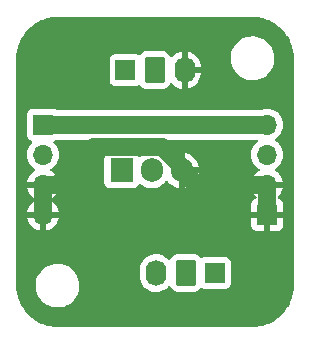
<source format=gbl>
G04 #@! TF.GenerationSoftware,KiCad,Pcbnew,7.0.1*
G04 #@! TF.CreationDate,2023-08-26T15:59:25-05:00*
G04 #@! TF.ProjectId,Single Mosfet Board,53696e67-6c65-4204-9d6f-736665742042,rev?*
G04 #@! TF.SameCoordinates,Original*
G04 #@! TF.FileFunction,Copper,L2,Bot*
G04 #@! TF.FilePolarity,Positive*
%FSLAX46Y46*%
G04 Gerber Fmt 4.6, Leading zero omitted, Abs format (unit mm)*
G04 Created by KiCad (PCBNEW 7.0.1) date 2023-08-26 15:59:25*
%MOMM*%
%LPD*%
G01*
G04 APERTURE LIST*
G04 Aperture macros list*
%AMRoundRect*
0 Rectangle with rounded corners*
0 $1 Rounding radius*
0 $2 $3 $4 $5 $6 $7 $8 $9 X,Y pos of 4 corners*
0 Add a 4 corners polygon primitive as box body*
4,1,4,$2,$3,$4,$5,$6,$7,$8,$9,$2,$3,0*
0 Add four circle primitives for the rounded corners*
1,1,$1+$1,$2,$3*
1,1,$1+$1,$4,$5*
1,1,$1+$1,$6,$7*
1,1,$1+$1,$8,$9*
0 Add four rect primitives between the rounded corners*
20,1,$1+$1,$2,$3,$4,$5,0*
20,1,$1+$1,$4,$5,$6,$7,0*
20,1,$1+$1,$6,$7,$8,$9,0*
20,1,$1+$1,$8,$9,$2,$3,0*%
G04 Aperture macros list end*
G04 #@! TA.AperFunction,ComponentPad*
%ADD10R,1.905000X2.000000*%
G04 #@! TD*
G04 #@! TA.AperFunction,ComponentPad*
%ADD11O,1.905000X2.000000*%
G04 #@! TD*
G04 #@! TA.AperFunction,ComponentPad*
%ADD12R,1.700000X1.700000*%
G04 #@! TD*
G04 #@! TA.AperFunction,ComponentPad*
%ADD13O,1.700000X1.700000*%
G04 #@! TD*
G04 #@! TA.AperFunction,ComponentPad*
%ADD14RoundRect,0.250000X-0.620000X-0.845000X0.620000X-0.845000X0.620000X0.845000X-0.620000X0.845000X0*%
G04 #@! TD*
G04 #@! TA.AperFunction,ComponentPad*
%ADD15O,1.740000X2.190000*%
G04 #@! TD*
G04 #@! TA.AperFunction,ComponentPad*
%ADD16RoundRect,0.250000X0.620000X0.845000X-0.620000X0.845000X-0.620000X-0.845000X0.620000X-0.845000X0*%
G04 #@! TD*
G04 #@! TA.AperFunction,Conductor*
%ADD17C,1.500000*%
G04 #@! TD*
G04 APERTURE END LIST*
D10*
X136420000Y-84750000D03*
D11*
X138960000Y-84750000D03*
X141500000Y-84750000D03*
D12*
X148750000Y-88500000D03*
D13*
X148750000Y-85960000D03*
X148750000Y-83420000D03*
X148750000Y-80880000D03*
D12*
X136750000Y-76250000D03*
D14*
X139210000Y-76250000D03*
D15*
X141750000Y-76250000D03*
X139330000Y-93430000D03*
D16*
X141870000Y-93430000D03*
D12*
X144330000Y-93430000D03*
D13*
X129750000Y-88500000D03*
X129750000Y-85960000D03*
X129750000Y-83420000D03*
D12*
X129750000Y-80880000D03*
D17*
X129750000Y-80880000D02*
X148750000Y-80880000D01*
X141500000Y-84500000D02*
X141500000Y-84750000D01*
X134112081Y-82800000D02*
X139800000Y-82800000D01*
X139800000Y-82800000D02*
X141500000Y-84500000D01*
X130952081Y-85960000D02*
X134112081Y-82800000D01*
X129750000Y-85960000D02*
X130952081Y-85960000D01*
X129750000Y-88500000D02*
X129750000Y-85960000D01*
X148750000Y-85960000D02*
X148750000Y-88500000D01*
X141500000Y-84750000D02*
X142710000Y-85960000D01*
X142710000Y-85960000D02*
X148750000Y-85960000D01*
G04 #@! TA.AperFunction,Conductor*
G36*
X147503032Y-71750649D02*
G01*
X147507384Y-71750862D01*
X147652450Y-71757989D01*
X147843670Y-71768010D01*
X147855324Y-71769177D01*
X148021254Y-71793791D01*
X148022225Y-71793940D01*
X148194897Y-71821289D01*
X148205570Y-71823465D01*
X148371374Y-71864997D01*
X148373014Y-71865422D01*
X148538880Y-71909866D01*
X148548544Y-71912884D01*
X148652693Y-71950150D01*
X148710526Y-71970843D01*
X148713188Y-71971830D01*
X148746726Y-71984704D01*
X148872097Y-72032829D01*
X148880623Y-72036475D01*
X149036869Y-72110374D01*
X149040055Y-72111939D01*
X149182487Y-72184511D01*
X149191094Y-72188897D01*
X149198547Y-72193023D01*
X149347075Y-72282047D01*
X149350824Y-72284387D01*
X149492670Y-72376503D01*
X149498977Y-72380884D01*
X149638210Y-72484147D01*
X149642365Y-72487367D01*
X149773635Y-72593667D01*
X149778872Y-72598155D01*
X149907389Y-72714636D01*
X149911797Y-72718833D01*
X150031165Y-72838201D01*
X150035362Y-72842609D01*
X150151843Y-72971126D01*
X150156331Y-72976363D01*
X150262620Y-73107619D01*
X150265851Y-73111788D01*
X150369114Y-73251021D01*
X150373512Y-73257353D01*
X150465599Y-73399155D01*
X150467963Y-73402942D01*
X150556975Y-73551451D01*
X150561101Y-73558904D01*
X150638037Y-73709898D01*
X150639647Y-73713176D01*
X150713510Y-73869345D01*
X150717179Y-73877925D01*
X150778168Y-74036810D01*
X150779155Y-74039472D01*
X150837111Y-74201447D01*
X150840135Y-74211128D01*
X150884535Y-74376827D01*
X150885044Y-74378792D01*
X150926526Y-74544398D01*
X150928715Y-74555130D01*
X150956041Y-74727665D01*
X150956226Y-74728867D01*
X150980818Y-74894649D01*
X150981990Y-74906355D01*
X150991989Y-75097157D01*
X150991886Y-75097162D01*
X150992011Y-75097561D01*
X150999351Y-75246967D01*
X150999500Y-75253052D01*
X150999500Y-94496948D01*
X150999351Y-94503033D01*
X150992014Y-94652369D01*
X150991993Y-94652774D01*
X150981990Y-94843644D01*
X150980818Y-94855349D01*
X150956226Y-95021131D01*
X150956041Y-95022333D01*
X150928715Y-95194868D01*
X150926526Y-95205600D01*
X150885044Y-95371206D01*
X150884535Y-95373171D01*
X150840135Y-95538870D01*
X150837111Y-95548551D01*
X150779155Y-95710526D01*
X150778168Y-95713188D01*
X150717179Y-95872073D01*
X150713510Y-95880653D01*
X150639647Y-96036822D01*
X150638037Y-96040100D01*
X150561101Y-96191094D01*
X150556975Y-96198547D01*
X150467963Y-96347056D01*
X150465599Y-96350843D01*
X150373512Y-96492645D01*
X150369114Y-96498977D01*
X150265851Y-96638210D01*
X150262620Y-96642379D01*
X150156331Y-96773635D01*
X150151843Y-96778872D01*
X150035362Y-96907389D01*
X150031165Y-96911797D01*
X149911797Y-97031165D01*
X149907389Y-97035362D01*
X149778872Y-97151843D01*
X149773635Y-97156331D01*
X149642379Y-97262620D01*
X149638210Y-97265851D01*
X149498977Y-97369114D01*
X149492645Y-97373512D01*
X149350843Y-97465599D01*
X149347056Y-97467963D01*
X149198547Y-97556975D01*
X149191094Y-97561101D01*
X149040100Y-97638037D01*
X149036822Y-97639647D01*
X148880653Y-97713510D01*
X148872073Y-97717179D01*
X148713188Y-97778168D01*
X148710526Y-97779155D01*
X148548551Y-97837111D01*
X148538870Y-97840135D01*
X148373171Y-97884535D01*
X148371206Y-97885044D01*
X148205600Y-97926526D01*
X148194868Y-97928715D01*
X148022333Y-97956041D01*
X148021131Y-97956226D01*
X147855349Y-97980818D01*
X147843644Y-97981990D01*
X147652774Y-97991993D01*
X147652369Y-97992014D01*
X147503033Y-97999351D01*
X147496948Y-97999500D01*
X131003052Y-97999500D01*
X130996967Y-97999351D01*
X130847629Y-97992014D01*
X130847224Y-97991993D01*
X130656354Y-97981990D01*
X130644649Y-97980818D01*
X130478867Y-97956226D01*
X130477665Y-97956041D01*
X130305130Y-97928715D01*
X130294398Y-97926526D01*
X130128792Y-97885044D01*
X130126827Y-97884535D01*
X129961128Y-97840135D01*
X129951447Y-97837111D01*
X129789472Y-97779155D01*
X129786810Y-97778168D01*
X129627925Y-97717179D01*
X129619351Y-97713512D01*
X129463176Y-97639647D01*
X129459898Y-97638037D01*
X129308904Y-97561101D01*
X129301451Y-97556975D01*
X129152942Y-97467963D01*
X129149155Y-97465599D01*
X129101996Y-97434973D01*
X129007343Y-97373505D01*
X129001021Y-97369114D01*
X128861788Y-97265851D01*
X128857619Y-97262620D01*
X128726363Y-97156331D01*
X128721126Y-97151843D01*
X128592609Y-97035362D01*
X128588201Y-97031165D01*
X128468833Y-96911797D01*
X128464636Y-96907389D01*
X128348155Y-96778872D01*
X128343667Y-96773635D01*
X128237378Y-96642379D01*
X128234147Y-96638210D01*
X128130884Y-96498977D01*
X128126503Y-96492670D01*
X128034387Y-96350824D01*
X128032035Y-96347056D01*
X127943023Y-96198547D01*
X127938897Y-96191094D01*
X127933251Y-96180013D01*
X127861939Y-96040055D01*
X127860374Y-96036869D01*
X127786475Y-95880623D01*
X127782829Y-95872097D01*
X127721830Y-95713188D01*
X127720843Y-95710526D01*
X127662887Y-95548551D01*
X127659863Y-95538870D01*
X127615422Y-95373014D01*
X127614997Y-95371374D01*
X127573465Y-95205570D01*
X127571289Y-95194897D01*
X127543940Y-95022225D01*
X127543791Y-95021254D01*
X127519177Y-94855324D01*
X127518010Y-94843670D01*
X127507985Y-94652369D01*
X127503829Y-94567764D01*
X129145787Y-94567764D01*
X129175413Y-94837016D01*
X129207517Y-94959813D01*
X129243928Y-95099088D01*
X129289191Y-95205600D01*
X129349871Y-95348392D01*
X129490982Y-95579611D01*
X129602146Y-95713188D01*
X129664255Y-95787820D01*
X129865998Y-95968582D01*
X130091910Y-96118044D01*
X130159338Y-96149653D01*
X130337177Y-96233021D01*
X130596562Y-96311058D01*
X130596569Y-96311060D01*
X130864561Y-96350500D01*
X131067631Y-96350500D01*
X131067634Y-96350500D01*
X131270156Y-96335677D01*
X131270155Y-96335677D01*
X131534553Y-96276780D01*
X131787558Y-96180014D01*
X132023777Y-96047441D01*
X132238177Y-95881888D01*
X132426186Y-95686881D01*
X132583799Y-95466579D01*
X132707656Y-95225675D01*
X132795118Y-94969305D01*
X132844319Y-94702933D01*
X132854212Y-94432235D01*
X132824586Y-94162982D01*
X132756072Y-93900912D01*
X132676311Y-93713220D01*
X137959500Y-93713220D01*
X137974329Y-93887451D01*
X138033114Y-94113220D01*
X138129207Y-94325801D01*
X138248995Y-94503033D01*
X138259847Y-94519088D01*
X138421272Y-94687516D01*
X138608839Y-94826240D01*
X138817153Y-94931270D01*
X139040220Y-94999583D01*
X139271624Y-95029216D01*
X139504707Y-95019314D01*
X139732765Y-94970164D01*
X139949235Y-94883179D01*
X140147891Y-94760862D01*
X140323018Y-94606731D01*
X140354911Y-94567231D01*
X140408178Y-94528902D01*
X140473547Y-94523126D01*
X140532710Y-94551521D01*
X140554344Y-94583993D01*
X140557578Y-94581999D01*
X140565185Y-94594333D01*
X140565186Y-94594334D01*
X140585818Y-94627785D01*
X140657288Y-94743657D01*
X140781342Y-94867711D01*
X140806420Y-94883179D01*
X140930666Y-94959814D01*
X141042017Y-94996712D01*
X141097202Y-95014999D01*
X141107703Y-95016071D01*
X141199991Y-95025500D01*
X142540008Y-95025499D01*
X142642797Y-95014999D01*
X142809334Y-94959814D01*
X142958656Y-94867712D01*
X143082712Y-94743656D01*
X143082715Y-94743650D01*
X143084431Y-94741935D01*
X143134357Y-94711504D01*
X143192678Y-94707333D01*
X143220359Y-94719187D01*
X143220965Y-94717565D01*
X143237666Y-94723794D01*
X143237669Y-94723796D01*
X143372517Y-94774091D01*
X143432127Y-94780500D01*
X145227872Y-94780499D01*
X145287483Y-94774091D01*
X145422331Y-94723796D01*
X145537546Y-94637546D01*
X145623796Y-94522331D01*
X145674091Y-94387483D01*
X145680500Y-94327873D01*
X145680499Y-92532128D01*
X145674091Y-92472517D01*
X145623796Y-92337669D01*
X145537546Y-92222454D01*
X145422331Y-92136204D01*
X145287483Y-92085909D01*
X145227873Y-92079500D01*
X145227869Y-92079500D01*
X143432130Y-92079500D01*
X143372515Y-92085909D01*
X143220964Y-92142434D01*
X143220358Y-92140810D01*
X143192669Y-92152666D01*
X143134353Y-92148493D01*
X143084432Y-92118063D01*
X142958657Y-91992288D01*
X142809334Y-91900186D01*
X142642797Y-91845000D01*
X142540009Y-91834500D01*
X141199991Y-91834500D01*
X141097203Y-91845000D01*
X140930665Y-91900186D01*
X140781342Y-91992288D01*
X140657288Y-92116342D01*
X140599960Y-92209288D01*
X140572833Y-92253269D01*
X140557578Y-92278001D01*
X140554637Y-92276187D01*
X140534574Y-92306978D01*
X140478605Y-92336047D01*
X140415576Y-92333825D01*
X140361792Y-92300887D01*
X140328035Y-92265666D01*
X140238728Y-92172484D01*
X140211932Y-92152666D01*
X140051161Y-92033760D01*
X139842847Y-91928730D01*
X139619780Y-91860417D01*
X139619779Y-91860416D01*
X139388376Y-91830784D01*
X139388372Y-91830784D01*
X139155295Y-91840685D01*
X138927232Y-91889836D01*
X138710768Y-91976819D01*
X138512107Y-92099139D01*
X138336980Y-92253270D01*
X138190423Y-92434776D01*
X138076645Y-92638448D01*
X137998925Y-92858418D01*
X137959500Y-93088351D01*
X137959500Y-93713220D01*
X132676311Y-93713220D01*
X132650130Y-93651610D01*
X132509018Y-93420390D01*
X132509017Y-93420388D01*
X132335746Y-93212181D01*
X132230758Y-93118112D01*
X132134002Y-93031418D01*
X131908090Y-92881956D01*
X131908086Y-92881954D01*
X131662822Y-92766978D01*
X131403437Y-92688941D01*
X131403431Y-92688940D01*
X131135439Y-92649500D01*
X130932369Y-92649500D01*
X130932366Y-92649500D01*
X130729843Y-92664322D01*
X130465449Y-92723219D01*
X130212441Y-92819986D01*
X129976223Y-92952559D01*
X129761825Y-93118109D01*
X129573813Y-93313120D01*
X129416201Y-93533420D01*
X129292342Y-93774329D01*
X129204881Y-94030695D01*
X129155680Y-94297066D01*
X129145787Y-94567764D01*
X127503829Y-94567764D01*
X127500649Y-94503032D01*
X127500500Y-94496949D01*
X127500500Y-88750000D01*
X128419364Y-88750000D01*
X128476569Y-88963492D01*
X128576399Y-89177576D01*
X128711893Y-89371081D01*
X128878918Y-89538106D01*
X129072423Y-89673600D01*
X129286507Y-89773430D01*
X129499999Y-89830635D01*
X129500000Y-89830636D01*
X129500000Y-88750000D01*
X130000000Y-88750000D01*
X130000000Y-89830635D01*
X130213492Y-89773430D01*
X130427576Y-89673600D01*
X130621081Y-89538106D01*
X130788106Y-89371081D01*
X130923600Y-89177576D01*
X131023430Y-88963492D01*
X131080636Y-88750000D01*
X147400000Y-88750000D01*
X147400000Y-89397824D01*
X147406402Y-89457375D01*
X147456647Y-89592089D01*
X147542811Y-89707188D01*
X147657910Y-89793352D01*
X147792624Y-89843597D01*
X147852176Y-89850000D01*
X148500000Y-89850000D01*
X148500000Y-88750000D01*
X149000000Y-88750000D01*
X149000000Y-89850000D01*
X149647824Y-89850000D01*
X149707375Y-89843597D01*
X149842089Y-89793352D01*
X149957188Y-89707188D01*
X150043352Y-89592089D01*
X150093597Y-89457375D01*
X150100000Y-89397824D01*
X150100000Y-88750000D01*
X149000000Y-88750000D01*
X148500000Y-88750000D01*
X147400000Y-88750000D01*
X131080636Y-88750000D01*
X130000000Y-88750000D01*
X129500000Y-88750000D01*
X128419364Y-88750000D01*
X127500500Y-88750000D01*
X127500500Y-86210000D01*
X128419364Y-86210000D01*
X128476569Y-86423492D01*
X128576399Y-86637576D01*
X128711893Y-86831081D01*
X128878918Y-86998106D01*
X129065031Y-87128425D01*
X129103896Y-87172743D01*
X129117907Y-87230000D01*
X129103896Y-87287257D01*
X129065031Y-87331575D01*
X128878918Y-87461893D01*
X128711890Y-87628921D01*
X128576400Y-87822421D01*
X128476569Y-88036507D01*
X128419364Y-88249999D01*
X128419364Y-88250000D01*
X129500000Y-88250000D01*
X129500000Y-86210000D01*
X130000000Y-86210000D01*
X130000000Y-88250000D01*
X131080636Y-88250000D01*
X147400000Y-88250000D01*
X148500000Y-88250000D01*
X148500000Y-86210000D01*
X149000000Y-86210000D01*
X149000000Y-88250000D01*
X150100000Y-88250000D01*
X150100000Y-87602176D01*
X150093597Y-87542624D01*
X150043352Y-87407910D01*
X149957188Y-87292811D01*
X149842088Y-87206647D01*
X149710012Y-87157385D01*
X149659633Y-87122405D01*
X149632180Y-87067561D01*
X149634369Y-87006268D01*
X149665665Y-86953521D01*
X149788109Y-86831077D01*
X149923600Y-86637576D01*
X150023430Y-86423492D01*
X150080636Y-86210000D01*
X149000000Y-86210000D01*
X148500000Y-86210000D01*
X147419364Y-86210000D01*
X147476569Y-86423492D01*
X147576399Y-86637576D01*
X147711893Y-86831081D01*
X147834334Y-86953522D01*
X147865630Y-87006268D01*
X147867819Y-87067561D01*
X147840366Y-87122405D01*
X147789987Y-87157385D01*
X147657911Y-87206647D01*
X147542811Y-87292811D01*
X147456647Y-87407910D01*
X147406402Y-87542624D01*
X147400000Y-87602176D01*
X147400000Y-88250000D01*
X131080636Y-88250000D01*
X131080635Y-88249999D01*
X131023430Y-88036507D01*
X130923599Y-87822421D01*
X130788109Y-87628921D01*
X130621081Y-87461893D01*
X130434968Y-87331575D01*
X130396103Y-87287257D01*
X130382092Y-87230000D01*
X130396103Y-87172743D01*
X130434968Y-87128425D01*
X130621081Y-86998106D01*
X130788106Y-86831081D01*
X130923600Y-86637576D01*
X131023430Y-86423492D01*
X131080636Y-86210000D01*
X130000000Y-86210000D01*
X129500000Y-86210000D01*
X128419364Y-86210000D01*
X127500500Y-86210000D01*
X127500500Y-85797869D01*
X134967000Y-85797869D01*
X134973409Y-85857484D01*
X134994440Y-85913870D01*
X135023704Y-85992331D01*
X135109954Y-86107546D01*
X135225169Y-86193796D01*
X135360017Y-86244091D01*
X135419627Y-86250500D01*
X137420372Y-86250499D01*
X137479983Y-86244091D01*
X137614831Y-86193796D01*
X137730046Y-86107546D01*
X137816296Y-85992331D01*
X137827726Y-85961685D01*
X137859838Y-85913870D01*
X137910091Y-85885720D01*
X137967641Y-85883312D01*
X138020067Y-85907165D01*
X138162561Y-86018072D01*
X138374336Y-86132679D01*
X138602087Y-86210866D01*
X138839601Y-86250500D01*
X139080399Y-86250500D01*
X139317913Y-86210866D01*
X139545664Y-86132679D01*
X139757439Y-86018072D01*
X139947463Y-85870171D01*
X140110551Y-85693010D01*
X140126490Y-85668612D01*
X140171279Y-85627381D01*
X140230297Y-85612435D01*
X140289315Y-85627380D01*
X140334107Y-85668614D01*
X140349846Y-85692704D01*
X140512873Y-85869798D01*
X140702835Y-86017651D01*
X140914539Y-86132219D01*
X141142207Y-86210380D01*
X141249999Y-86228366D01*
X141250000Y-86228367D01*
X141250000Y-85000000D01*
X141750000Y-85000000D01*
X141750000Y-86228366D01*
X141857792Y-86210380D01*
X142085460Y-86132219D01*
X142297164Y-86017651D01*
X142487126Y-85869798D01*
X142650151Y-85692707D01*
X142781815Y-85491180D01*
X142878506Y-85270744D01*
X142937599Y-85037393D01*
X142940697Y-85000000D01*
X141750000Y-85000000D01*
X141250000Y-85000000D01*
X141250000Y-83271634D01*
X141249999Y-83271633D01*
X141750000Y-83271633D01*
X141750000Y-84500000D01*
X142940697Y-84500000D01*
X142937599Y-84462606D01*
X142878506Y-84229255D01*
X142781815Y-84008819D01*
X142650151Y-83807292D01*
X142487126Y-83630201D01*
X142297164Y-83482348D01*
X142085460Y-83367780D01*
X141857792Y-83289619D01*
X141750000Y-83271633D01*
X141249999Y-83271633D01*
X141142207Y-83289619D01*
X140914539Y-83367780D01*
X140702835Y-83482348D01*
X140512873Y-83630201D01*
X140349846Y-83807294D01*
X140334106Y-83831387D01*
X140289314Y-83872619D01*
X140230297Y-83887564D01*
X140171280Y-83872619D01*
X140126490Y-83831387D01*
X140110551Y-83806990D01*
X139947463Y-83629829D01*
X139757439Y-83481928D01*
X139545664Y-83367321D01*
X139545660Y-83367319D01*
X139545659Y-83367319D01*
X139317915Y-83289134D01*
X139080399Y-83249500D01*
X138839601Y-83249500D01*
X138602084Y-83289134D01*
X138374340Y-83367319D01*
X138374336Y-83367320D01*
X138374336Y-83367321D01*
X138162561Y-83481928D01*
X138162559Y-83481928D01*
X138162556Y-83481931D01*
X138020067Y-83592833D01*
X137967639Y-83616687D01*
X137910089Y-83614279D01*
X137859836Y-83586129D01*
X137827725Y-83538313D01*
X137816296Y-83507669D01*
X137730046Y-83392454D01*
X137614831Y-83306204D01*
X137479983Y-83255909D01*
X137420373Y-83249500D01*
X137420369Y-83249500D01*
X135419630Y-83249500D01*
X135360015Y-83255909D01*
X135225169Y-83306204D01*
X135109954Y-83392454D01*
X135023704Y-83507668D01*
X134973409Y-83642516D01*
X134967000Y-83702130D01*
X134967000Y-85797869D01*
X127500500Y-85797869D01*
X127500500Y-83420000D01*
X128394340Y-83420000D01*
X128414936Y-83655407D01*
X128455553Y-83806990D01*
X128476097Y-83883663D01*
X128575965Y-84097830D01*
X128711505Y-84291401D01*
X128878599Y-84458495D01*
X129064597Y-84588732D01*
X129103460Y-84633048D01*
X129117471Y-84690305D01*
X129103461Y-84747561D01*
X129064595Y-84791880D01*
X128878919Y-84921892D01*
X128711890Y-85088921D01*
X128576400Y-85282421D01*
X128476569Y-85496507D01*
X128419364Y-85709999D01*
X128419364Y-85710000D01*
X131080636Y-85710000D01*
X131080635Y-85709999D01*
X131023430Y-85496507D01*
X130923599Y-85282421D01*
X130788109Y-85088921D01*
X130621081Y-84921893D01*
X130435404Y-84791880D01*
X130396539Y-84747562D01*
X130382528Y-84690305D01*
X130396539Y-84633048D01*
X130435402Y-84588732D01*
X130621401Y-84458495D01*
X130788495Y-84291401D01*
X130924035Y-84097830D01*
X131023903Y-83883663D01*
X131085063Y-83655408D01*
X131105659Y-83420000D01*
X131085063Y-83184592D01*
X131023903Y-82956337D01*
X130924035Y-82742171D01*
X130788495Y-82548599D01*
X130666568Y-82426672D01*
X130635273Y-82373927D01*
X130633084Y-82312634D01*
X130660537Y-82257789D01*
X130710916Y-82222810D01*
X130842331Y-82173796D01*
X130867130Y-82155231D01*
X130902280Y-82136845D01*
X130941439Y-82130500D01*
X147843794Y-82130500D01*
X147903910Y-82146047D01*
X147948952Y-82188790D01*
X147967624Y-82248010D01*
X147955245Y-82308858D01*
X147914919Y-82356073D01*
X147889423Y-82373926D01*
X147878595Y-82381508D01*
X147711505Y-82548598D01*
X147575965Y-82742170D01*
X147476097Y-82956336D01*
X147414936Y-83184592D01*
X147394340Y-83420000D01*
X147414936Y-83655407D01*
X147455553Y-83806990D01*
X147476097Y-83883663D01*
X147575965Y-84097830D01*
X147711505Y-84291401D01*
X147878599Y-84458495D01*
X148064597Y-84588732D01*
X148103460Y-84633048D01*
X148117471Y-84690305D01*
X148103461Y-84747561D01*
X148064595Y-84791880D01*
X147878919Y-84921892D01*
X147711890Y-85088921D01*
X147576400Y-85282421D01*
X147476569Y-85496507D01*
X147419364Y-85709999D01*
X147419364Y-85710000D01*
X150080636Y-85710000D01*
X150080635Y-85709999D01*
X150023430Y-85496507D01*
X149923599Y-85282421D01*
X149788109Y-85088921D01*
X149621081Y-84921893D01*
X149435404Y-84791880D01*
X149396539Y-84747562D01*
X149382528Y-84690305D01*
X149396539Y-84633048D01*
X149435402Y-84588732D01*
X149621401Y-84458495D01*
X149788495Y-84291401D01*
X149924035Y-84097830D01*
X150023903Y-83883663D01*
X150085063Y-83655408D01*
X150105659Y-83420000D01*
X150085063Y-83184592D01*
X150023903Y-82956337D01*
X149924035Y-82742171D01*
X149788495Y-82548599D01*
X149621401Y-82381505D01*
X149435839Y-82251573D01*
X149396976Y-82207257D01*
X149382965Y-82150000D01*
X149396976Y-82092743D01*
X149435839Y-82048426D01*
X149621401Y-81918495D01*
X149788495Y-81751401D01*
X149924035Y-81557830D01*
X150023903Y-81343663D01*
X150085063Y-81115408D01*
X150105659Y-80880000D01*
X150085063Y-80644592D01*
X150023903Y-80416337D01*
X149924035Y-80202171D01*
X149788495Y-80008599D01*
X149621401Y-79841505D01*
X149427830Y-79705965D01*
X149213663Y-79606097D01*
X149152501Y-79589709D01*
X148985407Y-79544936D01*
X148749999Y-79524340D01*
X148514592Y-79544936D01*
X148286334Y-79606097D01*
X148261063Y-79617882D01*
X148208659Y-79629500D01*
X130941439Y-79629500D01*
X130902280Y-79623155D01*
X130867129Y-79604768D01*
X130842331Y-79586204D01*
X130707483Y-79535909D01*
X130647873Y-79529500D01*
X130647869Y-79529500D01*
X128852130Y-79529500D01*
X128792515Y-79535909D01*
X128657669Y-79586204D01*
X128542454Y-79672454D01*
X128456204Y-79787668D01*
X128405909Y-79922516D01*
X128399500Y-79982130D01*
X128399500Y-81777869D01*
X128405909Y-81837483D01*
X128456204Y-81972331D01*
X128542454Y-82087546D01*
X128657669Y-82173796D01*
X128747383Y-82207257D01*
X128789082Y-82222810D01*
X128839462Y-82257789D01*
X128866915Y-82312634D01*
X128864726Y-82373926D01*
X128833431Y-82426673D01*
X128711503Y-82548601D01*
X128575965Y-82742170D01*
X128476097Y-82956336D01*
X128414936Y-83184592D01*
X128394340Y-83420000D01*
X127500500Y-83420000D01*
X127500500Y-77147869D01*
X135399500Y-77147869D01*
X135405909Y-77207483D01*
X135456204Y-77342331D01*
X135542454Y-77457546D01*
X135657669Y-77543796D01*
X135792517Y-77594091D01*
X135852127Y-77600500D01*
X137647872Y-77600499D01*
X137707483Y-77594091D01*
X137842331Y-77543796D01*
X137842332Y-77543795D01*
X137859036Y-77537565D01*
X137859641Y-77539187D01*
X137887305Y-77527336D01*
X137945633Y-77531501D01*
X137995566Y-77561935D01*
X138121342Y-77687711D01*
X138121344Y-77687712D01*
X138270666Y-77779814D01*
X138382017Y-77816712D01*
X138437202Y-77834999D01*
X138447702Y-77836071D01*
X138539991Y-77845500D01*
X139880008Y-77845499D01*
X139982797Y-77834999D01*
X140149334Y-77779814D01*
X140298656Y-77687712D01*
X140422712Y-77563656D01*
X140514814Y-77414334D01*
X140514814Y-77414333D01*
X140522422Y-77401999D01*
X140525242Y-77403738D01*
X140545568Y-77372516D01*
X140601542Y-77343422D01*
X140664586Y-77345633D01*
X140718385Y-77378575D01*
X140841603Y-77507139D01*
X141029101Y-77645812D01*
X141237339Y-77750803D01*
X141460326Y-77819092D01*
X141500000Y-77824172D01*
X141500000Y-76500000D01*
X142000000Y-76500000D01*
X142000000Y-77822575D01*
X142152621Y-77789682D01*
X142369005Y-77702732D01*
X142567594Y-77580456D01*
X142742657Y-77426381D01*
X142889160Y-77244942D01*
X143002896Y-77041344D01*
X143080588Y-76821455D01*
X143120000Y-76591606D01*
X143120000Y-76500000D01*
X142000000Y-76500000D01*
X141500000Y-76500000D01*
X141500000Y-74677424D01*
X141347378Y-74710317D01*
X141130994Y-74797267D01*
X140932405Y-74919543D01*
X140757343Y-75073617D01*
X140725273Y-75113334D01*
X140672000Y-75151664D01*
X140606626Y-75157435D01*
X140547462Y-75129030D01*
X140525522Y-75096088D01*
X140522422Y-75098001D01*
X140422711Y-74936342D01*
X140298657Y-74812288D01*
X140149334Y-74720186D01*
X140015470Y-74675827D01*
X142000000Y-74675827D01*
X142000000Y-76000000D01*
X143120000Y-76000000D01*
X143120000Y-75966802D01*
X143105176Y-75792635D01*
X143046410Y-75566945D01*
X142950353Y-75354442D01*
X142925563Y-75317764D01*
X145645787Y-75317764D01*
X145675413Y-75587016D01*
X145743928Y-75849087D01*
X145849871Y-76098392D01*
X145990982Y-76329611D01*
X146080253Y-76436881D01*
X146164255Y-76537820D01*
X146365998Y-76718582D01*
X146591910Y-76868044D01*
X146698211Y-76917876D01*
X146837177Y-76983021D01*
X147096562Y-77061058D01*
X147096569Y-77061060D01*
X147364561Y-77100500D01*
X147567631Y-77100500D01*
X147567634Y-77100500D01*
X147770156Y-77085677D01*
X147770155Y-77085677D01*
X148034553Y-77026780D01*
X148287558Y-76930014D01*
X148523777Y-76797441D01*
X148738177Y-76631888D01*
X148926186Y-76436881D01*
X149083799Y-76216579D01*
X149207656Y-75975675D01*
X149295118Y-75719305D01*
X149344319Y-75452933D01*
X149354212Y-75182235D01*
X149324586Y-74912982D01*
X149256072Y-74650912D01*
X149150130Y-74401610D01*
X149009018Y-74170390D01*
X149009017Y-74170388D01*
X148835746Y-73962181D01*
X148741710Y-73877925D01*
X148634002Y-73781418D01*
X148408090Y-73631956D01*
X148408086Y-73631954D01*
X148162822Y-73516978D01*
X147903437Y-73438941D01*
X147903431Y-73438940D01*
X147635439Y-73399500D01*
X147432369Y-73399500D01*
X147432366Y-73399500D01*
X147229843Y-73414322D01*
X146965449Y-73473219D01*
X146712441Y-73569986D01*
X146476223Y-73702559D01*
X146261825Y-73868109D01*
X146073813Y-74063120D01*
X145916201Y-74283420D01*
X145792342Y-74524329D01*
X145704881Y-74780695D01*
X145655680Y-75047066D01*
X145645787Y-75317764D01*
X142925563Y-75317764D01*
X142819763Y-75161227D01*
X142658396Y-74992860D01*
X142470898Y-74854187D01*
X142262660Y-74749196D01*
X142039673Y-74680907D01*
X142000000Y-74675827D01*
X140015470Y-74675827D01*
X139982797Y-74665000D01*
X139880009Y-74654500D01*
X138539991Y-74654500D01*
X138437203Y-74665000D01*
X138270665Y-74720186D01*
X138121344Y-74812287D01*
X137995567Y-74938064D01*
X137945646Y-74968493D01*
X137887332Y-74972667D01*
X137859640Y-74960811D01*
X137859035Y-74962435D01*
X137842332Y-74956205D01*
X137842331Y-74956204D01*
X137707483Y-74905909D01*
X137647873Y-74899500D01*
X137647869Y-74899500D01*
X135852130Y-74899500D01*
X135792515Y-74905909D01*
X135657669Y-74956204D01*
X135542454Y-75042454D01*
X135456204Y-75157668D01*
X135420628Y-75253051D01*
X135405909Y-75292517D01*
X135403195Y-75317765D01*
X135399500Y-75352130D01*
X135399500Y-77147869D01*
X127500500Y-77147869D01*
X127500500Y-75253051D01*
X127500649Y-75246967D01*
X127507998Y-75097372D01*
X127518010Y-74906327D01*
X127519176Y-74894679D01*
X127543801Y-74728671D01*
X127543929Y-74727842D01*
X127571290Y-74555093D01*
X127573463Y-74544438D01*
X127615016Y-74378551D01*
X127615406Y-74377043D01*
X127659870Y-74211105D01*
X127662880Y-74201469D01*
X127720867Y-74039405D01*
X127721830Y-74036810D01*
X127782836Y-73877883D01*
X127786466Y-73869395D01*
X127860400Y-73713076D01*
X127861912Y-73709997D01*
X127938909Y-73558881D01*
X127943010Y-73551474D01*
X128032078Y-73402873D01*
X128034354Y-73399225D01*
X128126523Y-73257298D01*
X128130860Y-73251055D01*
X128234170Y-73111757D01*
X128237331Y-73107679D01*
X128343698Y-72976325D01*
X128348123Y-72971162D01*
X128464674Y-72842568D01*
X128468793Y-72838242D01*
X128588242Y-72718793D01*
X128592568Y-72714674D01*
X128721162Y-72598123D01*
X128726325Y-72593698D01*
X128857679Y-72487331D01*
X128861757Y-72484170D01*
X129001055Y-72380860D01*
X129007298Y-72376523D01*
X129149225Y-72284354D01*
X129152873Y-72282078D01*
X129301474Y-72193010D01*
X129308881Y-72188909D01*
X129459997Y-72111912D01*
X129463076Y-72110400D01*
X129619395Y-72036466D01*
X129627883Y-72032836D01*
X129786847Y-71971816D01*
X129789405Y-71970867D01*
X129951469Y-71912880D01*
X129961105Y-71909870D01*
X130127043Y-71865406D01*
X130128551Y-71865016D01*
X130294438Y-71823463D01*
X130305093Y-71821290D01*
X130477842Y-71793929D01*
X130478671Y-71793801D01*
X130644679Y-71769176D01*
X130656325Y-71768010D01*
X130847402Y-71757996D01*
X130993747Y-71750807D01*
X130996968Y-71750649D01*
X131003051Y-71750500D01*
X147496949Y-71750500D01*
X147503032Y-71750649D01*
G37*
G04 #@! TD.AperFunction*
M02*

</source>
